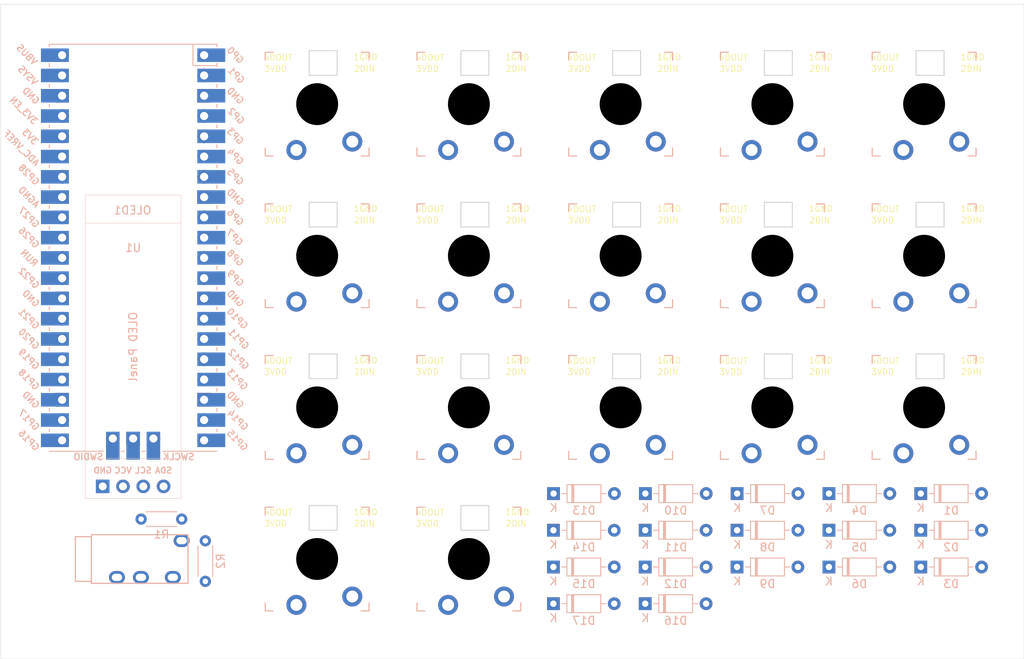
<source format=kicad_pcb>
(kicad_pcb (version 20240108) (generator "pcbnew") (generator_version "8.0")
  (layers (0 "F.Cu" signal) (31 "B.Cu" signal) (34 "B.Paste" user) (35 "F.Paste" user) (36 "B.SilkS" user "B.Silkscreen") (37 "F.SilkS" user "F.Silkscreen") (38 "B.Mask" user) (39 "F.Mask" user) (44 "Edge.Cuts" user))
  (net 0 "")
  (footprint "custom:SW_Gateron_LowProfile_THT" (layer "B.Cu") (at 185 87.9 180)
    (property "Reference" "SW5" (hide yes))
    (property "Value" "SW_Push_45deg" (hide yes))
    (fp_rect (start 1 3.6) (end -2.5 6.7) (stroke (width 0.12)) (fill none) (layer "Edge.Cuts"))
    (fp_text user "4DOUT" (at 6.75 5.4 0) (layer "F.SilkS") (effects (font (size 0.75 0.75) (thickness 0.1)) (justify left bottom)))
    (fp_text user "3VDD" (at 6.7 4 0) (layer "F.SilkS") (effects (font (size 0.75 0.75) (thickness 0.1)) (justify left bottom)))
    (fp_text user "2DIN" (at -4.55 4 0) (layer "F.SilkS") (effects (font (size 0.75 0.75) (thickness 0.1)) (justify left bottom)))
    (fp_text user "1GND" (at -4.5 5.45 0) (layer "F.SilkS") (effects (font (size 0.75 0.75) (thickness 0.1)) (justify left bottom)))
    (pad "" np_thru_hole circle (at 0 0) (size 5.25 5.25) (drill 5.25) (layers "*.Mask"))
    (pad "1" thru_hole circle (at -4.4 -4.7) (size 2.5 2.5) (drill 1.5) (layers "*.Cu" "F.Mask"))
    (pad "2" thru_hole circle (at 2.6 -5.75) (size 2.5 2.5) (drill 1.5) (layers "*.Cu" "F.Mask"))
  )
  (footprint "custom:SW_Gateron_LowProfile_THT" (layer "B.Cu") (at 128 87.9 180)
    (property "Reference" "SW15" (hide yes))
    (property "Value" "SW_Push_45deg" (hide yes))
    (fp_rect (start 1 3.6) (end -2.5 6.7) (stroke (width 0.12)) (fill none) (layer "Edge.Cuts"))
    (fp_text user "2DIN" (at -4.55 4 0) (layer "F.SilkS") (effects (font (size 0.75 0.75) (thickness 0.1)) (justify left bottom)))
    (fp_text user "4DOUT" (at 6.75 5.4 0) (layer "F.SilkS") (effects (font (size 0.75 0.75) (thickness 0.1)) (justify left bottom)))
    (fp_text user "1GND" (at -4.5 5.45 0) (layer "F.SilkS") (effects (font (size 0.75 0.75) (thickness 0.1)) (justify left bottom)))
    (fp_text user "3VDD" (at 6.7 4 0) (layer "F.SilkS") (effects (font (size 0.75 0.75) (thickness 0.1)) (justify left bottom)))
    (pad "" np_thru_hole circle (at 0 0) (size 5.25 5.25) (drill 5.25) (layers "*.Mask"))
    (pad "1" thru_hole circle (at -4.4 -4.7) (size 2.5 2.5) (drill 1.5) (layers "*.Cu" "F.Mask"))
    (pad "2" thru_hole circle (at 2.6 -5.75) (size 2.5 2.5) (drill 1.5) (layers "*.Cu" "F.Mask"))
  )
  (footprint "Diode_THT:D_DO-35_SOD27_P7.62mm_Horizontal" (layer "B.Cu") (at 169.08 126.9)
    (property "Reference" "D12" (at 3.81 2.12 0) (layer "B.SilkS") (effects (justify mirror)))
    (property "Value" "1N4148" (hide yes))
    (fp_text user "K" (at 0 1.8 0) (layer "B.SilkS") (effects (justify mirror)))
    (pad "1" thru_hole rect (at 0 0) (size 1.6 1.6) (drill 0.8) (layers "*.Cu" "*.Mask"))
    (pad "2" thru_hole oval (at 7.62 0) (size 1.6 1.6) (drill 0.8) (layers "*.Cu" "*.Mask"))
  )
  (footprint "Diode_THT:D_DO-35_SOD27_P7.62mm_Horizontal" (layer "B.Cu") (at 169.095 117.7)
    (property "Reference" "D10" (at 3.81 2.12 0) (layer "B.SilkS") (effects (justify mirror)))
    (property "Value" "1N4148" (hide yes))
    (fp_text user "K" (at 0 1.8 0) (layer "B.SilkS") (effects (justify mirror)))
    (pad "1" thru_hole rect (at 0 0) (size 1.6 1.6) (drill 0.8) (layers "*.Cu" "*.Mask"))
    (pad "2" thru_hole oval (at 7.62 0) (size 1.6 1.6) (drill 0.8) (layers "*.Cu" "*.Mask"))
  )
  (footprint "custom:SW_Gateron_LowProfile_THT" (layer "B.Cu") (at 128 68.9 180)
    (property "Reference" "SW14" (hide yes))
    (property "Value" "SW_Push_45deg" (hide yes))
    (fp_rect (start 1 3.6) (end -2.5 6.7) (stroke (width 0.12)) (fill none) (layer "Edge.Cuts"))
    (fp_text user "1GND" (at -4.5 5.45 0) (layer "F.SilkS") (effects (font (size 0.75 0.75) (thickness 0.1)) (justify left bottom)))
    (fp_text user "4DOUT" (at 6.75 5.4 0) (layer "F.SilkS") (effects (font (size 0.75 0.75) (thickness 0.1)) (justify left bottom)))
    (fp_text user "3VDD" (at 6.7 4 0) (layer "F.SilkS") (effects (font (size 0.75 0.75) (thickness 0.1)) (justify left bottom)))
    (fp_text user "2DIN" (at -4.55 4 0) (layer "F.SilkS") (effects (font (size 0.75 0.75) (thickness 0.1)) (justify left bottom)))
    (pad "" np_thru_hole circle (at 0 0) (size 5.25 5.25) (drill 5.25) (layers "*.Mask"))
    (pad "1" thru_hole circle (at -4.4 -4.7) (size 2.5 2.5) (drill 1.5) (layers "*.Cu" "F.Mask"))
    (pad "2" thru_hole circle (at 2.6 -5.75) (size 2.5 2.5) (drill 1.5) (layers "*.Cu" "F.Mask"))
  )
  (footprint "custom:SW_Gateron_LowProfile_THT" (layer "B.Cu") (at 185 106.9 180)
    (property "Reference" "SW6" (hide yes))
    (property "Value" "SW_Push_45deg" (hide yes))
    (fp_rect (start 1 3.6) (end -2.5 6.7) (stroke (width 0.12)) (fill none) (layer "Edge.Cuts"))
    (fp_text user "3VDD" (at 6.7 4 0) (layer "F.SilkS") (effects (font (size 0.75 0.75) (thickness 0.1)) (justify left bottom)))
    (fp_text user "2DIN" (at -4.55 4 0) (layer "F.SilkS") (effects (font (size 0.75 0.75) (thickness 0.1)) (justify left bottom)))
    (fp_text user "4DOUT" (at 6.75 5.4 0) (layer "F.SilkS") (effects (font (size 0.75 0.75) (thickness 0.1)) (justify left bottom)))
    (fp_text user "1GND" (at -4.5 5.45 0) (layer "F.SilkS") (effects (font (size 0.75 0.75) (thickness 0.1)) (justify left bottom)))
    (pad "" np_thru_hole circle (at 0 0) (size 5.25 5.25) (drill 5.25) (layers "*.Mask"))
    (pad "1" thru_hole circle (at -4.4 -4.7) (size 2.5 2.5) (drill 1.5) (layers "*.Cu" "F.Mask"))
    (pad "2" thru_hole circle (at 2.6 -5.75) (size 2.5 2.5) (drill 1.5) (layers "*.Cu" "F.Mask"))
  )
  (footprint "Diode_THT:D_DO-35_SOD27_P7.62mm_Horizontal" (layer "B.Cu") (at 203.58 122.3)
    (property "Reference" "D2" (at 3.81 2.12 0) (layer "B.SilkS") (effects (justify mirror)))
    (property "Value" "1N4148" (hide yes))
    (fp_text user "K" (at 0 1.8 0) (layer "B.SilkS") (effects (justify mirror)))
    (pad "1" thru_hole rect (at 0 0) (size 1.6 1.6) (drill 0.8) (layers "*.Cu" "*.Mask"))
    (pad "2" thru_hole oval (at 7.62 0) (size 1.6 1.6) (drill 0.8) (layers "*.Cu" "*.Mask"))
  )
  (footprint "Diode_THT:D_DO-35_SOD27_P7.62mm_Horizontal" (layer "B.Cu") (at 192.08 126.9)
    (property "Reference" "D6" (at 3.81 2.12 0) (layer "B.SilkS") (effects (justify mirror)))
    (property "Value" "1N4148" (hide yes))
    (fp_text user "K" (at 0 1.8 0) (layer "B.SilkS") (effects (justify mirror)))
    (pad "1" thru_hole rect (at 0 0) (size 1.6 1.6) (drill 0.8) (layers "*.Cu" "*.Mask"))
    (pad "2" thru_hole oval (at 7.62 0) (size 1.6 1.6) (drill 0.8) (layers "*.Cu" "*.Mask"))
  )
  (footprint "custom:SW_Gateron_LowProfile_THT" (layer "B.Cu") (at 204 68.9 180)
    (property "Reference" "SW1" (hide yes))
    (property "Value" "SW_Push_45deg" (hide yes))
    (fp_rect (start 1 3.6) (end -2.5 6.7) (stroke (width 0.12)) (fill none) (layer "Edge.Cuts"))
    (fp_text user "3VDD" (at 6.7 4 0) (layer "F.SilkS") (effects (font (size 0.75 0.75) (thickness 0.1)) (justify left bottom)))
    (fp_text user "1GND" (at -4.5 5.45 0) (layer "F.SilkS") (effects (font (size 0.75 0.75) (thickness 0.1)) (justify left bottom)))
    (fp_text user "2DIN" (at -4.55 4 0) (layer "F.SilkS") (effects (font (size 0.75 0.75) (thickness 0.1)) (justify left bottom)))
    (fp_text user "4DOUT" (at 6.75 5.4 0) (layer "F.SilkS") (effects (font (size 0.75 0.75) (thickness 0.1)) (justify left bottom)))
    (pad "" np_thru_hole circle (at 0 0) (size 5.25 5.25) (drill 5.25) (layers "*.Mask"))
    (pad "1" thru_hole circle (at -4.4 -4.7) (size 2.5 2.5) (drill 1.5) (layers "*.Cu" "F.Mask"))
    (pad "2" thru_hole circle (at 2.6 -5.75) (size 2.5 2.5) (drill 1.5) (layers "*.Cu" "F.Mask"))
  )
  (footprint "Diode_THT:D_DO-35_SOD27_P7.62mm_Horizontal" (layer "B.Cu") (at 192.085 117.7)
    (property "Reference" "D4" (at 3.81 2.12 0) (layer "B.SilkS") (effects (justify mirror)))
    (property "Value" "1N4148" (hide yes))
    (fp_text user "K" (at 0 1.8 0) (layer "B.SilkS") (effects (justify mirror)))
    (pad "1" thru_hole rect (at 0 0) (size 1.6 1.6) (drill 0.8) (layers "*.Cu" "*.Mask"))
    (pad "2" thru_hole oval (at 7.62 0) (size 1.6 1.6) (drill 0.8) (layers "*.Cu" "*.Mask"))
  )
  (footprint "Diode_THT:D_DO-35_SOD27_P7.62mm_Horizontal" (layer "B.Cu") (at 157.58 131.5)
    (property "Reference" "D17" (at 3.81 2.12 0) (layer "B.SilkS") (effects (justify mirror)))
    (property "Value" "1N4148" (hide yes))
    (fp_text user "K" (at 0 1.8 0) (layer "B.SilkS") (effects (justify mirror)))
    (pad "1" thru_hole rect (at 0 0) (size 1.6 1.6) (drill 0.8) (layers "*.Cu" "*.Mask"))
    (pad "2" thru_hole oval (at 7.62 0) (size 1.6 1.6) (drill 0.8) (layers "*.Cu" "*.Mask"))
  )
  (footprint "custom:SW_Gateron_LowProfile_THT" (layer "B.Cu") (at 147 68.9 180)
    (property "Reference" "SW10" (hide yes))
    (property "Value" "SW_Push_45deg" (hide yes))
    (fp_rect (start 1 3.6) (end -2.5 6.7) (stroke (width 0.12)) (fill none) (layer "Edge.Cuts"))
    (fp_text user "4DOUT" (at 6.75 5.4 0) (layer "F.SilkS") (effects (font (size 0.75 0.75) (thickness 0.1)) (justify left bottom)))
    (fp_text user "3VDD" (at 6.7 4 0) (layer "F.SilkS") (effects (font (size 0.75 0.75) (thickness 0.1)) (justify left bottom)))
    (fp_text user "2DIN" (at -4.55 4 0) (layer "F.SilkS") (effects (font (size 0.75 0.75) (thickness 0.1)) (justify left bottom)))
    (fp_text user "1GND" (at -4.5 5.45 0) (layer "F.SilkS") (effects (font (size 0.75 0.75) (thickness 0.1)) (justify left bottom)))
    (pad "" np_thru_hole circle (at 0 0) (size 5.25 5.25) (drill 5.25) (layers "*.Mask"))
    (pad "1" thru_hole circle (at -4.4 -4.7) (size 2.5 2.5) (drill 1.5) (layers "*.Cu" "F.Mask"))
    (pad "2" thru_hole circle (at 2.6 -5.75) (size 2.5 2.5) (drill 1.5) (layers "*.Cu" "F.Mask"))
  )
  (footprint "custom:SW_Gateron_LowProfile_THT" (layer "B.Cu") (at 185 68.9 180)
    (property "Reference" "SW4" (hide yes))
    (property "Value" "SW_Push_45deg" (hide yes))
    (fp_rect (start 1 3.6) (end -2.5 6.7) (stroke (width 0.12)) (fill none) (layer "Edge.Cuts"))
    (fp_text user "1GND" (at -4.5 5.45 0) (layer "F.SilkS") (effects (font (size 0.75 0.75) (thickness 0.1)) (justify left bottom)))
    (fp_text user "3VDD" (at 6.7 4 0) (layer "F.SilkS") (effects (font (size 0.75 0.75) (thickness 0.1)) (justify left bottom)))
    (fp_text user "2DIN" (at -4.55 4 0) (layer "F.SilkS") (effects (font (size 0.75 0.75) (thickness 0.1)) (justify left bottom)))
    (fp_text user "4DOUT" (at 6.75 5.4 0) (layer "F.SilkS") (effects (font (size 0.75 0.75) (thickness 0.1)) (justify left bottom)))
    (pad "" np_thru_hole circle (at 0 0) (size 5.25 5.25) (drill 5.25) (layers "*.Mask"))
    (pad "1" thru_hole circle (at -4.4 -4.7) (size 2.5 2.5) (drill 1.5) (layers "*.Cu" "F.Mask"))
    (pad "2" thru_hole circle (at 2.6 -5.75) (size 2.5 2.5) (drill 1.5) (layers "*.Cu" "F.Mask"))
  )
  (footprint "custom:SW_Gateron_LowProfile_THT" (layer "B.Cu") (at 128 106.9 180)
    (property "Reference" "SW16" (hide yes))
    (property "Value" "SW_Push_45deg" (hide yes))
    (fp_rect (start 1 3.6) (end -2.5 6.7) (stroke (width 0.12)) (fill none) (layer "Edge.Cuts"))
    (fp_text user "3VDD" (at 6.7 4 0) (layer "F.SilkS") (effects (font (size 0.75 0.75) (thickness 0.1)) (justify left bottom)))
    (fp_text user "4DOUT" (at 6.75 5.4 0) (layer "F.SilkS") (effects (font (size 0.75 0.75) (thickness 0.1)) (justify left bottom)))
    (fp_text user "1GND" (at -4.5 5.45 0) (layer "F.SilkS") (effects (font (size 0.75 0.75) (thickness 0.1)) (justify left bottom)))
    (fp_text user "2DIN" (at -4.55 4 0) (layer "F.SilkS") (effects (font (size 0.75 0.75) (thickness 0.1)) (justify left bottom)))
    (pad "" np_thru_hole circle (at 0 0) (size 5.25 5.25) (drill 5.25) (layers "*.Mask"))
    (pad "1" thru_hole circle (at -4.4 -4.7) (size 2.5 2.5) (drill 1.5) (layers "*.Cu" "F.Mask"))
    (pad "2" thru_hole circle (at 2.6 -5.75) (size 2.5 2.5) (drill 1.5) (layers "*.Cu" "F.Mask"))
  )
  (footprint "custom:SW_Gateron_LowProfile_THT" (layer "B.Cu") (at 204 106.9 180)
    (property "Reference" "SW3" (hide yes))
    (property "Value" "SW_Push_45deg" (hide yes))
    (fp_rect (start 1 3.6) (end -2.5 6.7) (stroke (width 0.12)) (fill none) (layer "Edge.Cuts"))
    (fp_text user "2DIN" (at -4.55 4 0) (layer "F.SilkS") (effects (font (size 0.75 0.75) (thickness 0.1)) (justify left bottom)))
    (fp_text user "1GND" (at -4.5 5.45 0) (layer "F.SilkS") (effects (font (size 0.75 0.75) (thickness 0.1)) (justify left bottom)))
    (fp_text user "4DOUT" (at 6.75 5.4 0) (layer "F.SilkS") (effects (font (size 0.75 0.75) (thickness 0.1)) (justify left bottom)))
    (fp_text user "3VDD" (at 6.7 4 0) (layer "F.SilkS") (effects (font (size 0.75 0.75) (thickness 0.1)) (justify left bottom)))
    (pad "" np_thru_hole circle (at 0 0) (size 5.25 5.25) (drill 5.25) (layers "*.Mask"))
    (pad "1" thru_hole circle (at -4.4 -4.7) (size 2.5 2.5) (drill 1.5) (layers "*.Cu" "F.Mask"))
    (pad "2" thru_hole circle (at 2.6 -5.75) (size 2.5 2.5) (drill 1.5) (layers "*.Cu" "F.Mask"))
  )
  (footprint "Diode_THT:D_DO-35_SOD27_P7.62mm_Horizontal" (layer "B.Cu") (at 203.58 117.7)
    (property "Reference" "D1" (at 3.81 2.12 0) (layer "B.SilkS") (effects (justify mirror)))
    (property "Value" "1N4148" (hide yes))
    (fp_text user "K" (at 0 1.8 0) (layer "B.SilkS") (effects (justify mirror)))
    (pad "1" thru_hole rect (at 0 0) (size 1.6 1.6) (drill 0.8) (layers "*.Cu" "*.Mask"))
    (pad "2" thru_hole oval (at 7.62 0) (size 1.6 1.6) (drill 0.8) (layers "*.Cu" "*.Mask"))
  )
  (footprint "Diode_THT:D_DO-35_SOD27_P7.62mm_Horizontal" (layer "B.Cu") (at 192.08 122.3)
    (property "Reference" "D5" (at 3.81 2.12 0) (layer "B.SilkS") (effects (justify mirror)))
    (property "Value" "1N4148" (hide yes))
    (fp_text user "K" (at 0 1.8 0) (layer "B.SilkS") (effects (justify mirror)))
    (pad "1" thru_hole rect (at 0 0) (size 1.6 1.6) (drill 0.8) (layers "*.Cu" "*.Mask"))
    (pad "2" thru_hole oval (at 7.62 0) (size 1.6 1.6) (drill 0.8) (layers "*.Cu" "*.Mask"))
  )
  (footprint "custom:SSD1306-0.91-OLED-4pin-128x32" (layer "B.Cu") (at 98.96 80.3 -90)
    (property "Reference" "OLED1" (at 1.9 -5.91 0) (layer "B.SilkS") (effects (justify mirror)))
    (property "Value" "SSD1306-0.91-OLED-4pin-128x32")
    (fp_text user "GND" (at 34.5 -2.19 0) (layer "B.SilkS") (effects (font (size 0.75 0.75)) (justify mirror)))
    (fp_text user "OLED Panel" (at 19 -6 90) (layer "B.SilkS") (effects (justify mirror)))
    (fp_text user "VCC" (at 34.5 -4.73 0) (layer "B.SilkS") (effects (font (size 0.75 0.75)) (justify mirror)))
    (fp_text user "SCL" (at 34.5 -7.27 0) (layer "B.SilkS") (effects (font (size 0.75 0.75)) (justify mirror)))
    (fp_text user "SDA" (at 34.5 -9.81 0) (layer "B.SilkS") (effects (font (size 0.75 0.75)) (justify mirror)))
    (pad "1" thru_hole rect (at 36.5 -2.19 270) (size 1.7 1.7) (drill 1) (layers "*.Cu" "*.Mask"))
    (pad "2" thru_hole oval (at 36.5 -4.73 270) (size 1.7 1.7) (drill 1) (layers "*.Cu" "*.Mask"))
    (pad "3" thru_hole oval (at 36.5 -7.27 270) (size 1.7 1.7) (drill 1) (layers "*.Cu" "*.Mask"))
    (pad "4" thru_hole oval (at 36.5 -9.81 270) (size 1.7 1.7) (drill 1) (layers "*.Cu" "*.Mask"))
  )
  (footprint "custom:TRRS-PJ-320A" (layer "B.Cu") (at 99.7325 125.9 -90)
    (property "Reference" "J1")
    (property "Value" "AudioJack4")
    (pad "" np_thru_hole circle (at 0 -8.6 270) (size 0.8 0.8) (drill 0.8) (layers "F&B.Cu" "*.Mask"))
    (pad "" np_thru_hole circle (at 0 -1.6 270) (size 0.8 0.8) (drill 0.8) (layers "F&B.Cu" "*.Mask"))
    (pad "R1" thru_hole oval (at 2.3 -6.2 270) (size 1.6 2) (drill oval 0.9 1.3) (layers "*.Cu" "*.Mask"))
    (pad "R2" thru_hole oval (at 2.3 -3.2 270) (size 1.6 2) (drill oval 0.9 1.3) (layers "*.Cu" "*.Mask"))
    (pad "S" thru_hole oval (at -2.3 -11.3 270) (size 1.6 2) (drill oval 0.9 1.3) (layers "*.Cu" "*.Mask"))
    (pad "T" thru_hole oval (at 2.3 -10.2 270) (size 1.6 2) (drill oval 0.9 1.3) (layers "*.Cu" "*.Mask"))
  )
  (footprint "Diode_THT:D_DO-35_SOD27_P7.62mm_Horizontal" (layer "B.Cu") (at 169.08 131.5)
    (property "Reference" "D16" (at 3.81 2.12 0) (layer "B.SilkS") (effects (justify mirror)))
    (property "Value" "1N4148" (hide yes))
    (fp_text user "K" (at 0 1.8 0) (layer "B.SilkS") (effects (justify mirror)))
    (pad "1" thru_hole rect (at 0 0) (size 1.6 1.6) (drill 0.8) (layers "*.Cu" "*.Mask"))
    (pad "2" thru_hole oval (at 7.62 0) (size 1.6 1.6) (drill 0.8) (layers "*.Cu" "*.Mask"))
  )
  (footprint "Diode_THT:D_DO-35_SOD27_P7.62mm_Horizontal" (layer "B.Cu") (at 180.59 117.7)
    (property "Reference" "D7" (at 3.81 2.12 0) (layer "B.SilkS") (effects (justify mirror)))
    (property "Value" "1N4148" (hide yes))
    (fp_text user "K" (at 0 1.8 0) (layer "B.SilkS") (effects (justify mirror)))
    (pad "1" thru_hole rect (at 0 0) (size 1.6 1.6) (drill 0.8) (layers "*.Cu" "*.Mask"))
    (pad "2" thru_hole oval (at 7.62 0) (size 1.6 1.6) (drill 0.8) (layers "*.Cu" "*.Mask"))
  )
  (footprint "custom:SW_Gateron_LowProfile_THT" (layer "B.Cu") (at 128 125.9 180)
    (property "Reference" "SW17" (hide yes))
    (property "Value" "SW_Push_45deg" (hide yes))
    (fp_rect (start 1 3.6) (end -2.5 6.7) (stroke (width 0.12)) (fill none) (layer "Edge.Cuts"))
    (fp_text user "2DIN" (at -4.55 4 0) (layer "F.SilkS") (effects (font (size 0.75 0.75) (thickness 0.1)) (justify left bottom)))
    (fp_text user "1GND" (at -4.5 5.45 0) (layer "F.SilkS") (effects (font (size 0.75 0.75) (thickness 0.1)) (justify left bottom)))
    (fp_text user "4DOUT" (at 6.75 5.4 0) (layer "F.SilkS") (effects (font (size 0.75 0.75) (thickness 0.1)) (justify left bottom)))
    (fp_text user "3VDD" (at 6.7 4 0) (layer "F.SilkS") (effects (font (size 0.75 0.75) (thickness 0.1)) (justify left bottom)))
    (pad "" np_thru_hole circle (at 0 0) (size 5.25 5.25) (drill 5.25) (layers "*.Mask"))
    (pad "1" thru_hole circle (at -4.4 -4.7) (size 2.5 2.5) (drill 1.5) (layers "*.Cu" "F.Mask"))
    (pad "2" thru_hole circle (at 2.6 -5.75) (size 2.5 2.5) (drill 1.5) (layers "*.Cu" "F.Mask"))
  )
  (footprint "Diode_THT:D_DO-35_SOD27_P7.62mm_Horizontal" (layer "B.Cu") (at 180.58 126.9)
    (property "Reference" "D9" (at 3.81 2.12 0) (layer "B.SilkS") (effects (justify mirror)))
    (property "Value" "1N4148" (hide yes))
    (fp_text user "K" (at 0 1.8 0) (layer "B.SilkS") (effects (justify mirror)))
    (pad "1" thru_hole rect (at 0 0) (size 1.6 1.6) (drill 0.8) (layers "*.Cu" "*.Mask"))
    (pad "2" thru_hole oval (at 7.62 0) (size 1.6 1.6) (drill 0.8) (layers "*.Cu" "*.Mask"))
  )
  (footprint "Diode_THT:D_DO-35_SOD27_P7.62mm_Horizontal" (layer "B.Cu") (at 157.58 126.9)
    (property "Reference" "D15" (at 3.81 2.12 0) (layer "B.SilkS") (effects (justify mirror)))
    (property "Value" "1N4148" (hide yes))
    (fp_text user "K" (at 0 1.8 0) (layer "B.SilkS") (effects (justify mirror)))
    (pad "1" thru_hole rect (at 0 0) (size 1.6 1.6) (drill 0.8) (layers "*.Cu" "*.Mask"))
    (pad "2" thru_hole oval (at 7.62 0) (size 1.6 1.6) (drill 0.8) (layers "*.Cu" "*.Mask"))
  )
  (footprint "MCU_RaspberryPi_and_Boards:RPi_Pico_SMD_TH" (layer "B.Cu") (at 104.955 86.9 180)
    (property "Reference" "U1" (at 0 0 0) (layer "B.SilkS") (effects (justify mirror)))
    (property "Value" "Pico")
    (fp_text user "GP14" (at -13.1 -21.59 135) (layer "B.SilkS") (effects (font (size 0.8 0.8)) (justify mirror)))
    (fp_text user "GND" (at -12.8 -6.35 135) (layer "B.SilkS") (effects (font (size 0.8 0.8)) (justify mirror)))
    (fp_text user "GP4" (at -12.8 11.43 135) (layer "B.SilkS") (effects (font (size 0.8 0.8)) (justify mirror)))
    (fp_text user "GP9" (at -12.8 -3.81 135) (layer "B.SilkS") (effects (font (size 0.8 0.8)) (justify mirror)))
    (fp_text user "GND" (at -12.8 19.05 135) (layer "B.SilkS") (effects (font (size 0.8 0.8)) (justify mirror)))
    (fp_text user "GP12" (at -13.2 -13.97 135) (layer "B.SilkS") (effects (font (size 0.8 0.8)) (justify mirror)))
    (fp_text user "GP6" (at -12.8 3.81 135) (layer "B.SilkS") (effects (font (size 0.8 0.8)) (justify mirror)))
    (fp_text user "GP8" (at -12.8 -1.27 135) (layer "B.SilkS") (effects (font (size 0.8 0.8)) (justify mirror)))
    (fp_text user "GND" (at 12.8 -19.05 135) (layer "B.SilkS") (effects (font (size 0.8 0.8)) (justify mirror)))
    (fp_text user "RUN" (at 13 -1.27 135) (layer "B.SilkS") (effects (font (size 0.8 0.8)) (justify mirror)))
    (fp_text user "GND" (at 12.8 19.05 135) (layer "B.SilkS") (effects (font (size 0.8 0.8)) (justify mirror)))
    (fp_text user "3V3_EN" (at 13.7 17.2 135) (layer "B.SilkS") (effects (font (size 0.8 0.8)) (justify mirror)))
    (fp_text user "SWDIO" (at 5.6 -26.2 0) (layer "B.SilkS") (effects (font (size 0.8 0.8)) (justify mirror)))
    (fp_text user "GP1" (at -12.9 21.6 135) (layer "B.SilkS") (effects (font (size 0.8 0.8)) (justify mirror)))
    (fp_text user "ADC_VREF" (at 14 12.5 135) (layer "B.SilkS") (effects (font (size 0.8 0.8)) (justify mirror)))
    (fp_text user "GP11" (at -13.2 -11.43 135) (layer "B.SilkS") (effects (font (size 0.8 0.8)) (justify mirror)))
    (fp_text user "GP16" (at 13.054 -24.13 135) (layer "B.SilkS") (effects (font (size 0.8 0.8)) (justify mirror)))
    (fp_text user "AGND" (at 13.054 6.35 135) (layer "B.SilkS") (effects (font (size 0.8 0.8)) (justify mirror)))
    (fp_text user "GND" (at -12.8 6.35 135) (layer "B.SilkS") (effects (font (size 0.8 0.8)) (justify mirror)))
    (fp_text user "GP10" (at -13.054 -8.89 135) (layer "B.SilkS") (effects (font (size 0.8 0.8)) (justify mirror)))
    (fp_text user "GND" (at -12.8 -19.05 135) (layer "B.SilkS") (effects (font (size 0.8 0.8)) (justify mirror)))
    (fp_text user "GP13" (at -13.054 -16.51 135) (layer "B.SilkS") (effects (font (size 0.8 0.8)) (justify mirror)))
    (fp_text user "GP19" (at 13.054 -13.97 135) (layer "B.SilkS") (effects (font (size 0.8 0.8)) (justify mirror)))
    (fp_text user "GP21" (at 13.054 -8.9 135) (layer "B.SilkS") (effects (font (size 0.8 0.8)) (justify mirror)))
    (fp_text user "GP7" (at -12.7 1.3 135) (layer "B.SilkS") (effects (font (size 0.8 0.8)) (justify mirror)))
    (fp_text user "VSYS" (at 13.2 21.59 135) (layer "B.SilkS") (effects (font (size 0.8 0.8)) (justify mirror)))
    (fp_text user "SWCLK" (at -5.7 -26.2 0) (layer "B.SilkS") (effects (font (size 0.8 0.8)) (justify mirror)))
    (fp_text user "3V3" (at 12.9 13.9 135) (layer "B.SilkS") (effects (font (size 0.8 0.8)) (justify mirror)))
    (fp_text user "GND" (at 12.8 -6.35 135) (layer "B.SilkS") (effects (font (size 0.8 0.8)) (justify mirror)))
    (fp_text user "GP27" (at 13.054 3.8 135) (layer "B.SilkS") (effects (font (size 0.8 0.8)) (justify mirror)))
    (fp_text user "GP3" (at -12.8 13.97 135) (layer "B.SilkS") (effects (font (size 0.8 0.8)) (justify mirror)))
    (fp_text user "GP20" (at 13.054 -11.43 135) (layer "B.SilkS") (effects (font (size 0.8 0.8)) (justify mirror)))
    (fp_text user "GP26" (at 13.054 1.27 135) (layer "B.SilkS") (effects (font (size 0.8 0.8)) (justify mirror)))
    (fp_text user "GP18" (at 13.054 -16.51 135) (layer "B.SilkS") (effects (font (size 0.8 0.8)) (justify mirror)))
    (fp_text user "GP2" (at -12.9 16.51 135) (layer "B.SilkS") (effects (font (size 0.8 0.8)) (justify mirror)))
    (fp_text user "GP17" (at 13.054 -21.59 135) (layer "B.SilkS") (effects (font (size 0.8 0.8)) (justify mirror)))
    (fp_text user "GP28" (at 13.054 9.144 135) (layer "B.SilkS") (effects (font (size 0.8 0.8)) (justify mirror)))
    (fp_text user "GP5" (at -12.8 8.89 135) (layer "B.SilkS") (effects (font (size 0.8 0.8)) (justify mirror)))
    (fp_text user "GP0" (at -12.8 24.13 135) (layer "B.SilkS") (effects (font (size 0.8 0.8)) (justify mirror)))
    (fp_text user "VBUS" (at 13.3 24.2 135) (layer "B.SilkS") (effects (font (size 0.8 0.8)) (justify mirror)))
    (fp_text user "GP22" (at 13.054 -3.81 135) (layer "B.SilkS") (effects (font (size 0.8 0.8)) (justify mirror)))
    (fp_text user "GP15" (at -13.054 -24.13 135) (layer "B.SilkS") (effects (font (size 0.8 0.8)) (justify mirror)))
    (pad "" np_thru_hole oval (at -2.725 24 180) (size 1.8 1.8) (drill 1.8) (layers "F&B.Cu" "*.Mask"))
    (pad "" np_thru_hole oval (at -2.425 20.97 180) (size 1.5 1.5) (drill 1.5) (layers "F&B.Cu" "*.Mask"))
    (pad "" np_thru_hole oval (at 2.425 20.97 180) (size 1.5 1.5) (drill 1.5) (layers "F&B.Cu" "*.Mask"))
    (pad "" np_thru_hole oval (at 2.725 24 180) (size 1.8 1.8) (drill 1.8) (layers "F&B.Cu" "*.Mask"))
    (pad "1" thru_hole oval (at -8.89 24.13 180) (size 1.7 1.7) (drill 1.02) (layers "*.Cu" "*.Mask"))
    (pad "1" smd rect (at -8.89 24.13 180) (size 3.5 1.7) (drill (offset -0.9 0)) (layers "B.Cu" "B.Mask"))
    (pad "2" thru_hole oval (at -8.89 21.59 180) (size 1.7 1.7) (drill 1.02) (layers "*.Cu" "*.Mask"))
    (pad "2" smd rect (at -8.89 21.59 180) (size 3.5 1.7) (drill (offset -0.9 0)) (layers "B.Cu" "B.Mask"))
    (pad "3" thru_hole rect (at -8.89 19.05 180) (size 1.7 1.7) (drill 1.02) (layers "*.Cu" "*.Mask"))
    (pad "3" smd rect (at -8.89 19.05 180) (size 3.5 1.7) (drill (offset -0.9 0)) (layers "B.Cu" "B.Mask"))
    (pad "4" thru_hole oval (at -8.89 16.51 180) (size 1.7 1.7) (drill 1.02) (layers "*.Cu" "*.Mask"))
    (pad "4" smd rect (at -8.89 16.51 180) (size 3.5 1.7) (drill (offset -0.9 0)) (layers "B.Cu" "B.Mask"))
    (pad "5" thru_hole oval (at -8.89 13.97 180) (size 1.7 1.7) (drill 1.02) (layers "*.Cu" "*.Mask"))
    (pad "5" smd rect (at -8.89 13.97 180) (size 3.5 1.7) (drill (offset -0.9 0)) (layers "B.Cu" "B.Mask"))
    (pad "6" thru_hole oval (at -8.89 11.43 180) (size 1.7 1.7) (drill 1.02) (layers "*.Cu" "*.Mask"))
    (pad "6" smd rect (at -8.89 11.43 180) (size 3.5 1.7) (drill (offset -0.9 0)) (layers "B.Cu" "B.Mask"))
    (pad "7" thru_hole oval (at -8.89 8.89 180) (size 1.7 1.7) (drill 1.02) (layers "*.Cu" "*.Mask"))
    (pad "7" smd rect (at -8.89 8.89 180) (size 3.5 1.7) (drill (offset -0.9 0)) (layers "B.Cu" "B.Mask"))
    (pad "8" thru_hole rect (at -8.89 6.35 180) (size 1.7 1.7) (drill 1.02) (layers "*.Cu" "*.Mask"))
    (pad "8" smd rect (at -8.89 6.35 180) (size 3.5 1.7) (drill (offset -0.9 0)) (layers "B.Cu" "B.Mask"))
    (pad "9" thru_hole oval (at -8.89 3.81 180) (size 1.7 1.7) (drill 1.02) (layers "*.Cu" "*.Mask"))
    (pad "9" smd rect (at -8.89 3.81 180) (size 3.5 1.7) (drill (offset -0.9 0)) (layers "B.Cu" "B.Mask"))
    (pad "10" thru_hole oval (at -8.89 1.27 180) (size 1.7 1.7) (drill 1.02) (layers "*.Cu" "*.Mask"))
    (pad "10" smd rect (at -8.89 1.27 180) (size 3.5 1.7) (drill (offset -0.9 0)) (layers "B.Cu" "B.Mask"))
    (pad "11" thru_hole oval (at -8.89 -1.27 180) (size 1.7 1.7) (drill 1.02) (layers "*.Cu" "*.Mask"))
    (pad "11" smd rect (at -8.89 -1.27 180) (size 3.5 1.7) (drill (offset -0.9 0)) (layers "B.Cu" "B.Mask"))
    (pad "12" thru_hole oval (at -8.89 -3.81 180) (size 1.7 1.7) (drill 1.02) (layers "*.Cu" "*.Mask"))
    (pad "12" smd rect (at -8.89 -3.81 180) (size 3.5 1.7) (drill (offset -0.9 0)) (layers "B.Cu" "B.Mask"))
    (pad "13" thru_hole rect (at -8.89 -6.35 180) (size 1.7 1.7) (drill 1.02) (layers "*.Cu" "*.Mask"))
    (pad "13" smd rect (at -8.89 -6.35 180) (size 3.5 1.7) (drill (offset -0.9 0)) (layers "B.Cu" "B.Mask"))
    (pad "14" thru_hole oval (at -8.89 -8.89 180) (size 1.7 1.7) (drill 1.02) (layers "*.Cu" "*.Mask"))
    (pad "14" smd rect (at -8.89 -8.89 180) (size 3.5 1.7) (drill (offset -0.9 0)) (layers "B.Cu" "B.Mask"))
    (pad "15" thru_hole oval (at -8.89 -11.43 180) (size 1.7 1.7) (drill 1.02) (layers "*.Cu" "*.Mask"))
    (pad "15" smd rect (at -8.89 -11.43 180) (size 3.5 1.7) (drill (offset -0.9 0)) (layers "B.Cu" "B.Mask"))
    (pad "16" thru_hole oval (at -8.89 -13.97 180) (size 1.7 1.7) (drill 1.02) (layers "*.Cu" "*.Mask"))
    (pad "16" smd rect (at -8.89 -13.97 180) (size 3.5 1.7) (drill (offset -0.9 0)) (layers "B.Cu" "B.Mask"))
    (pad "17" thru_hole oval (at -8.89 -16.51 180) (size 1.7 1.7) (drill 1.02) (layers "*.Cu" "*.Mask"))
    (pad "17" smd rect (at -8.89 -16.51 180) (size 3.5 1.7) (drill (offset -0.9 0)) (layers "B.Cu" "B.Mask"))
    (pad "18" thru_hole rect (at -8.89 -19.05 180) (size 1.7 1.7) (drill 1.02) (layers "*.Cu" "*.Mask"))
    (pad "18" smd rect (at -8.89 -19.05 180) (size 3.5 1.7) (drill (offset -0.9 0)) (layers "B.Cu" "B.Mask"))
    (pad "19" thru_hole oval (at -8.89 -21.59 180) (size 1.7 1.7) (drill 1.02) (layers "*.Cu" "*.Mask"))
    (pad "19" smd rect (at -8.89 -21.59 180) (size 3.5 1.7) (drill (offset -0.9 0)) (layers "B.Cu" "B.Mask"))
    (pad "20" thru_hole oval (at -8.89 -24.13 180) (size 1.7 1.7) (drill 1.02) (layers "*.Cu" "*.Mask"))
    (pad "20" smd rect (at -8.89 -24.13 180) (size 3.5 1.7) (drill (offset -0.9 0)) (layers "B.Cu" "B.Mask"))
    (pad "21" thru_hole oval (at 8.89 -24.13 180) (size 1.7 1.7) (drill 1.02) (layers "*.Cu" "*.Mask"))
    (pad "21" smd rect (at 8.89 -24.13 180) (size 3.5 1.7) (drill (offset 0.9 0)) (layers "B.Cu" "B.Mask"))
    (pad "22" thru_hole oval (at 8.89 -21.59 180) (size 1.7 1.7) (drill 1.02) (layers "*.Cu" "*.Mask"))
    (pad "22" smd rect (at 8.89 -21.59 180) (size 3.5 1.7) (drill (offset 0.9 0)) (layers "B.Cu" "B.Mask"))
    (pad "23" thru_hole rect (at 8.89 -19.05 180) (size 1.7 1.7) (drill 1.02) (layers "*.Cu" "*.Mask"))
    (pad "23" smd rect (at 8.89 -19.05 180) (size 3.5 1.7) (drill (offset 0.9 0)) (layers "B.Cu" "B.Mask"))
    (pad "24" thru_hole oval (at 8.89 -16.51 180) (size 1.7 1.7) (drill 1.02) (layers "*.Cu" "*.Mask"))
    (pad "24" smd rect (at 8.89 -16.51 180) (size 3.5 1.7) (drill (offset 0.9 0)) (layers "B.Cu" "B.Mask"))
    (pad "25" thru_hole oval (at 8.89 -13.97 180) (size 1.7 1.7) (drill 1.02) (layers "*.Cu" "*.Mask"))
    (pad "25" smd rect (at 8.89 -13.97 180) (size 3.5 1.7) (drill (offset 0.9 0)) (layers "B.Cu" "B.Mask"))
    (pad "26" thru_hole oval (at 8.89 -11.43 180) (size 1.7 1.7) (drill 1.02) (layers "*.Cu" "*.Mask"))
    (pad "26" smd rect (at 8.89 -11.43 180) (size 3.5 1.7) (drill (offset 0.9 0)) (layers "B.Cu" "B.Mask"))
    (pad "27" thru_hole oval (at 8.89 -8.89 180) (size 1.7 1.7) (drill 1.02) (layers "*.Cu" "*.Mask"))
    (pad "27" smd rect (at 8.89 -8.89 180) (size 3.5 1.7) (drill (offset 0.9 0)) (layers "B.Cu" "B.Mask"))
    (pad "28" thru_hole rect (at 8.89 -6.35 180) (size 1.7 1.7) (drill 1.02) (layers "*.Cu" "*.Mask"))
    (pad "28" smd rect (at 8.89 -6.35 180) (size 3.5 1.7) (drill (offset 0.9 0)) (layers "B.Cu" "B.Mask"))
    (pad "29" thru_hole oval (at 8.89 -3.81 180) (size 1.7 1.7) (drill 1.02) (layers "*.Cu" "*.Mask"))
    (pad "29" smd rect (at 8.89 -3.81 180) (size 3.5 1.7) (drill (offset 0.9 0)) (layers "B.Cu" "B.Mask"))
    (pad "30" thru_hole oval (at 8.89 -1.27 180) (size 1.7 1.7) (drill 1.02) (layers "*.Cu" "*.Mask"))
    (pad "30" smd rect (at 8.89 -1.27 180) (size 3.5 1.7) (drill (offset 0.9 0)) (layers "B.Cu" "B.Mask"))
    (pad "31" thru_hole oval (at 8.89 1.27 180) (size 1.7 1.7) (drill 1.02) (layers "*.Cu" "*.Mask"))
    (pad "31" smd rect (at 8.89 1.27 180) (size 3.5 1.7) (drill (offset 0.9 0)) (layers "B.Cu" "B.Mask"))
    (pad "32" thru_hole oval (at 8.89 3.81 180) (size 1.7 1.7) (drill 1.02) (layers "*.Cu" "*.Mask"))
    (pad "32" smd rect (at 8.89 3.81 180) (size 3.5 1.7) (drill (offset 0.9 0)) (layers "B.Cu" "B.Mask"))
    (pad "33" thru_hole rect (at 8.89 6.35 180) (size 1.7 1.7) (drill 1.02) (layers "*.Cu" "*.Mask"))
    (pad "33" smd rect (at 8.89 6.35 180) (size 3.5 1.7) (drill (offset 0.9 0)) (layers "B.Cu" "B.Mask"))
    (pad "34" thru_hole oval (at 8.89 8.89 180) (size 1.7 1.7) (drill 1.02) (layers "*.Cu" "*.Mask"))
    (pad "34" smd rect (at 8.89 8.89 180) (size 3.5 1.7) (drill (offset 0.9 0)) (layers "B.Cu" "B.Mask"))
    (pad "35" thru_hole oval (at 8.89 11.43 180) (size 1.7 1.7) (drill 1.02) (layers "*.Cu" "*.Mask"))
    (pad "35" smd rect (at 8.89 11.43 180) (size 3.5 1.7) (drill (offset 0.9 0)) (layers "B.Cu" "B.Mask"))
    (pad "36" thru_hole oval (at 8.89 13.97 180) (size 1.7 1.7) (drill 1.02) (layers "*.Cu" "*.Mask"))
    (pad "36" smd rect (at 8.89 13.97 180) (size 3.5 1.7) (drill (offset 0.9 0)) (layers "B.Cu" "B.Mask"))
    (pad "37" thru_hole oval (at 8.89 16.51 180) (size 1.7 1.7) (drill 1.02) (layers "*.Cu" "*.Mask"))
    (pad "37" smd rect (at 8.89 16.51 180) (size 3.5 1.7) (drill (offset 0.9 0)) (layers "B.Cu" "B.Mask"))
    (pad "38" thru_hole rect (at 8.89 19.05 180) (size 1.7 1.7) (drill 1.02) (layers "*.Cu" "*.Mask"))
    (pad "38" smd rect (at 8.89 19.05 180) (size 3.5 1.7) (drill (offset 0.9 0)) (layers "B.Cu" "B.Mask"))
    (pad "39" thru_hole oval (at 8.89 21.59 180) (size 1.7 1.7) (drill 1.02) (layers "*.Cu" "*.Mask"))
    (pad "39" smd rect (at 8.89 21.59 180) (size 3.5 1.7) (drill (offset 0.9 0)) (layers "B.Cu" "B.Mask"))
    (pad "40" thru_hole oval (at 8.89 24.13 180) (size 1.7 1.7) (drill 1.02) (layers "*.Cu" "*.Mask"))
    (pad "40" smd rect (at 8.89 24.13 180) (size 3.5 1.7) (drill (offset 0.9 0)) (layers "B.Cu" "B.Mask"))
    (pad "41" thru_hole oval (at -2.54 -23.9 180) (size 1.7 1.7) (drill 1.02) (layers "*.Cu" "*.Mask"))
    (pad "41" smd rect (at -2.54 -23.9 90) (size 3.5 1.7) (drill (offset -0.9 0)) (layers "B.Cu" "B.Mask"))
    (pad "42" thru_hole rect (at 0 -23.9 180) (size 1.7 1.7) (drill 1.02) (layers "*.Cu" "*.Mask"))
    (pad "42" smd rect (at 0 -23.9 90) (size 3.5 1.7) (drill (offset -0.9 0)) (layers "B.Cu" "B.Mask"))
    (pad "43" thru_hole oval (at 2.54 -23.9 180) (size 1.7 1.7) (drill 1.02) (layers "*.Cu" "*.Mask"))
    (pad "43" smd rect (at 2.54 -23.9 90) (size 3.5 1.7) (drill (offset -0.9 0)) (layers "B.Cu" "B.Mask"))
  )
  (footprint "custom:SW_Gateron_LowProfile_THT" (layer "B.Cu") (at 204 87.9 180)
    (property "Reference" "SW2" (hide yes))
    (property "Value" "SW_Push_45deg" (hide yes))
    (fp_rect (start 1 3.6) (end -2.5 6.7) (stroke (width 0.12)) (fill none) (layer "Edge.Cuts"))
    (fp_text user "4DOUT" (at 6.75 5.4 0) (layer "F.SilkS") (effects (font (size 0.75 0.75) (thickness 0.1)) (justify left bottom)))
    (fp_text user "2DIN" (at -4.55 4 0) (layer "F.SilkS") (effects (font (size 0.75 0.75) (thickness 0.1)) (justify left bottom)))
    (fp_text user "1GND" (at -4.5 5.45 0) (layer "F.SilkS") (effects (font (size 0.75 0.75) (thickness 0.1)) (justify left bottom)))
    (fp_text user "3VDD" (at 6.7 4 0) (layer "F.SilkS") (effects (font (size 0.75 0.75) (thickness 0.1)) (justify left bottom)))
    (pad "" np_thru_hole circle (at 0 0) (size 5.25 5.25) (drill 5.25) (layers "*.Mask"))
    (pad "1" thru_hole circle (at -4.4 -4.7) (size 2.5 2.5) (drill 1.5) (layers "*.Cu" "F.Mask"))
    (pad "2" thru_hole circle (at 2.6 -5.75) (size 2.5 2.5) (drill 1.5) (layers "*.Cu" "F.Mask"))
  )
  (footprint "Resistor_THT:R_Axial_DIN0204_L3.6mm_D1.6mm_P5.08mm_Horizontal" (layer "B.Cu") (at 105.96 120.9)
    (property "Reference" "R1" (at 2.54 1.92 0) (layer "B.SilkS") (effects (justify mirror)))
    (property "Value" "4.7")
    (pad "1" thru_hole circle (at 0 0) (size 1.4 1.4) (drill 0.7) (layers "*.Cu" "*.Mask"))
    (pad "2" thru_hole oval (at 5.08 0) (size 1.4 1.4) (drill 0.7) (layers "*.Cu" "*.Mask"))
  )
  (footprint "Diode_THT:D_DO-35_SOD27_P7.62mm_Horizontal" (layer "B.Cu") (at 203.58 126.9)
    (property "Reference" "D3" (at 3.81 2.12 0) (layer "B.SilkS") (effects (justify mirror)))
    (property "Value" "1N4148" (hide yes))
    (fp_text user "K" (at 0 1.8 0) (layer "B.SilkS") (effects (justify mirror)))
    (pad "1" thru_hole rect (at 0 0) (size 1.6 1.6) (drill 0.8) (layers "*.Cu" "*.Mask"))
    (pad "2" thru_hole oval (at 7.62 0) (size 1.6 1.6) (drill 0.8) (layers "*.Cu" "*.Mask"))
  )
  (footprint "custom:SW_Gateron_LowProfile_THT" (layer "B.Cu") (at 147 106.9 180)
    (property "Reference" "SW12" (hide yes))
    (property "Value" "SW_Push_45deg" (hide yes))
    (fp_rect (start 1 3.6) (end -2.5 6.7) (stroke (width 0.12)) (fill none) (layer "Edge.Cuts"))
    (fp_text user "3VDD" (at 6.7 4 0) (layer "F.SilkS") (effects (font (size 0.75 0.75) (thickness 0.1)) (justify left bottom)))
    (fp_text user "4DOUT" (at 6.75 5.4 0) (layer "F.SilkS") (effects (font (size 0.75 0.75) (thickness 0.1)) (justify left bottom)))
    (fp_text user "1GND" (at -4.5 5.45 0) (layer "F.SilkS") (effects (font (size 0.75 0.75) (thickness 0.1)) (justify left bottom)))
    (fp_text user "2DIN" (at -4.55 4 0) (layer "F.SilkS") (effects (font (size 0.75 0.75) (thickness 0.1)) (justify left bottom)))
    (pad "" np_thru_hole circle (at 0 0) (size 5.25 5.25) (drill 5.25) (layers "*.Mask"))
    (pad "1" thru_hole circle (at -4.4 -4.7) (size 2.5 2.5) (drill 1.5) (layers "*.Cu" "F.Mask"))
    (pad "2" thru_hole circle (at 2.6 -5.75) (size 2.5 2.5) (drill 1.5) (layers "*.Cu" "F.Mask"))
  )
  (footprint "Diode_THT:D_DO-35_SOD27_P7.62mm_Horizontal" (layer "B.Cu") (at 180.58 122.3)
    (property "Reference" "D8" (at 3.81 2.12 0) (layer "B.SilkS") (effects (justify mirror)))
    (property "Value" "1N4148" (hide yes))
    (fp_text user "K" (at 0 1.8 0) (layer "B.SilkS") (effects (justify mirror)))
    (pad "1" thru_hole rect (at 0 0) (size 1.6 1.6) (drill 0.8) (layers "*.Cu" "*.Mask"))
    (pad "2" thru_hole oval (at 7.62 0) (size 1.6 1.6) (drill 0.8) (layers "*.Cu" "*.Mask"))
  )
  (footprint "Diode_THT:D_DO-35_SOD27_P7.62mm_Horizontal" (layer "B.Cu") (at 157.6 117.7)
    (property "Reference" "D13" (at 3.81 2.12 0) (layer "B.SilkS") (effects (justify mirror)))
    (property "Value" "1N4148" (hide yes))
    (fp_text user "K" (at 0 1.8 0) (layer "B.SilkS") (effects (justify mirror)))
    (pad "1" thru_hole rect (at 0 0) (size 1.6 1.6) (drill 0.8) (layers "*.Cu" "*.Mask"))
    (pad "2" thru_hole oval (at 7.62 0) (size 1.6 1.6) (drill 0.8) (layers "*.Cu" "*.Mask"))
  )
  (footprint "custom:SW_Gateron_LowProfile_THT" (layer "B.Cu") (at 166 68.9 180)
    (property "Reference" "SW7" (hide yes))
    (property "Value" "SW_Push_45deg" (hide yes))
    (fp_rect (start 1 3.6) (end -2.5 6.7) (stroke (width 0.12)) (fill none) (layer "Edge.Cuts"))
    (fp_text user "4DOUT" (at 6.75 5.4 0) (layer "F.SilkS") (effects (font (size 0.75 0.75) (thickness 0.1)) (justify left bottom)))
    (fp_text user "2DIN" (at -4.55 4 0) (layer "F.SilkS") (effects (font (size 0.75 0.75) (thickness 0.1)) (justify left bottom)))
    (fp_text user "3VDD" (at 6.7 4 0) (layer "F.SilkS") (effects (font (size 0.75 0.75) (thickness 0.1)) (justify left bottom)))
    (fp_text user "1GND" (at -4.5 5.45 0) (layer "F.SilkS") (effects (font (size 0.75 0.75) (thickness 0.1)) (justify left bottom)))
    (pad "" np_thru_hole circle (at 0 0) (size 5.25 5.25) (drill 5.25) (layers "*.Mask"))
    (pad "1" thru_hole circle (at -4.4 -4.7) (size 2.5 2.5) (drill 1.5) (layers "*.Cu" "F.Mask"))
    (pad "2" thru_hole circle (at 2.6 -5.75) (size 2.5 2.5) (drill 1.5) (layers "*.Cu" "F.Mask"))
  )
  (footprint "Diode_THT:D_DO-35_SOD27_P7.62mm_Horizontal" (layer "B.Cu") (at 157.58 122.3)
    (property "Reference" "D14" (at 3.81 2.12 0) (layer "B.SilkS") (effects (justify mirror)))
    (property "Value" "1N4148" (hide yes))
    (fp_text user "K" (at 0 1.8 0) (layer "B.SilkS") (effects (justify mirror)))
    (pad "1" thru_hole rect (at 0 0) (size 1.6 1.6) (drill 0.8) (layers "*.Cu" "*.Mask"))
    (pad "2" thru_hole oval (at 7.62 0) (size 1.6 1.6) (drill 0.8) (layers "*.Cu" "*.Mask"))
  )
  (footprint "Resistor_THT:R_Axial_DIN0204_L3.6mm_D1.6mm_P5.08mm_Horizontal" (layer "B.Cu") (at 114 128.7 90)
    (property "Reference" "R2" (at 2.54 1.92 90) (layer "B.SilkS") (effects (justify mirror)))
    (property "Value" "4.7")
    (pad "1" thru_hole circle (at 0 0 90) (size 1.4 1.4) (drill 0.7) (layers "*.Cu" "*.Mask"))
    (pad "2" thru_hole oval (at 5.08 0 90) (size 1.4 1.4) (drill 0.7) (layers "*.Cu" "*.Mask"))
  )
  (footprint "custom:SW_Gateron_LowProfile_THT" (layer "B.Cu") (at 166 106.9 180)
    (property "Reference" "SW9" (hide yes))
    (property "Value" "SW_Push_45deg" (hide yes))
    (fp_rect (start 1 3.6) (end -2.5 6.7) (stroke (width 0.12)) (fill none) (layer "Edge.Cuts"))
    (fp_text user "1GND" (at -4.5 5.45 0) (layer "F.SilkS") (effects (font (size 0.75 0.75) (thickness 0.1)) (justify left bottom)))
    (fp_text user "3VDD" (at 6.7 4 0) (layer "F.SilkS") (effects (font (size 0.75 0.75) (thickness 0.1)) (justify left bottom)))
    (fp_text user "4DOUT" (at 6.75 5.4 0) (layer "F.SilkS") (effects (font (size 0.75 0.75) (thickness 0.1)) (justify left bottom)))
    (fp_text user "2DIN" (at -4.55 4 0) (layer "F.SilkS") (effects (font (size 0.75 0.75) (thickness 0.1)) (justify left bottom)))
    (pad "" np_thru_hole circle (at 0 0) (size 5.25 5.25) (drill 5.25) (layers "*.Mask"))
    (pad "1" thru_hole circle (at -4.4 -4.7) (size 2.5 2.5) (drill 1.5) (layers "*.Cu" "F.Mask"))
    (pad "2" thru_hole circle (at 2.6 -5.75) (size 2.5 2.5) (drill 1.5) (layers "*.Cu" "F.Mask"))
  )
  (footprint "Diode_THT:D_DO-35_SOD27_P7.62mm_Horizontal" (layer "B.Cu") (at 169.08 122.3)
    (property "Reference" "D11" (at 3.81 2.12 0) (layer "B.SilkS") (effects (justify mirror)))
    (property "Value" "1N4148" (hide yes))
    (fp_text user "K" (at 0 1.8 0) (layer "B.SilkS") (effects (justify mirror)))
    (pad "1" thru_hole rect (at 0 0) (size 1.6 1.6) (drill 0.8) (layers "*.Cu" "*.Mask"))
    (pad "2" thru_hole oval (at 7.62 0) (size 1.6 1.6) (drill 0.8) (layers "*.Cu" "*.Mask"))
  )
  (footprint "custom:SW_Gateron_LowProfile_THT" (layer "B.Cu") (at 147 125.9 180)
    (property "Reference" "SW13" (hide yes))
    (property "Value" "SW_Push_45deg" (hide yes))
    (fp_rect (start 1 3.6) (end -2.5 6.7) (stroke (width 0.12)) (fill none) (layer "Edge.Cuts"))
    (fp_text user "1GND" (at -4.5 5.45 0) (layer "F.SilkS") (effects (font (size 0.75 0.75) (thickness 0.1)) (justify left bottom)))
    (fp_text user "2DIN" (at -4.55 4 0) (layer "F.SilkS") (effects (font (size 0.75 0.75) (thickness 0.1)) (justify left bottom)))
    (fp_text user "4DOUT" (at 6.75 5.4 0) (layer "F.SilkS") (effects (font (size 0.75 0.75) (thickness 0.1)) (justify left bottom)))
    (fp_text user "3VDD" (at 6.7 4 0) (layer "F.SilkS") (effects (font (size 0.75 0.75) (thickness 0.1)) (justify left bottom)))
    (pad "" np_thru_hole circle (at 0 0) (size 5.25 5.25) (drill 5.25) (layers "*.Mask"))
    (pad "1" thru_hole circle (at -4.4 -4.7) (size 2.5 2.5) (drill 1.5) (layers "*.Cu" "F.Mask"))
    (pad "2" thru_hole circle (at 2.6 -5.75) (size 2.5 2.5) (drill 1.5) (layers "*.Cu" "F.Mask"))
  )
  (footprint "custom:SW_Gateron_LowProfile_THT" (layer "B.Cu") (at 147 87.9 180)
    (property "Reference" "SW11" (hide yes))
    (property "Value" "SW_Push_45deg" (hide yes))
    (fp_rect (start 1 3.6) (end -2.5 6.7) (stroke (width 0.12)) (fill none) (layer "Edge.Cuts"))
    (fp_text user "3VDD" (at 6.7 4 0) (layer "F.SilkS") (effects (font (size 0.75 0.75) (thickness 0.1)) (justify left bottom)))
    (fp_text user "1GND" (at -4.5 5.45 0) (layer "F.SilkS") (effects (font (size 0.75 0.75) (thickness 0.1)) (justify left bottom)))
    (fp_text user "2DIN" (at -4.55 4 0) (layer "F.SilkS") (effects (font (size 0.75 0.75) (thickness 0.1)) (justify left bottom)))
    (fp_text user "4DOUT" (at 6.75 5.4 0) (layer "F.SilkS") (effects (font (size 0.75 0.75) (thickness 0.1)) (justify left bottom)))
    (pad "" np_thru_hole circle (at 0 0) (size 5.25 5.25) (drill 5.25) (layers "*.Mask"))
    (pad "1" thru_hole circle (at -4.4 -4.7) (size 2.5 2.5) (drill 1.5) (layers "*.Cu" "F.Mask"))
    (pad "2" thru_hole circle (at 2.6 -5.75) (size 2.5 2.5) (drill 1.5) (layers "*.Cu" "F.Mask"))
  )
  (footprint "custom:SW_Gateron_LowProfile_THT" (layer "B.Cu") (at 166 87.9 180)
    (property "Reference" "SW8" (hide yes))
    (property "Value" "SW_Push_45deg" (hide yes))
    (fp_rect (start 1 3.6) (end -2.5 6.7) (stroke (width 0.12)) (fill none) (layer "Edge.Cuts"))
    (fp_text user "3VDD" (at 6.7 4 0) (layer "F.SilkS") (effects (font (size 0.75 0.75) (thickness 0.1)) (justify left bottom)))
    (fp_text user "1GND" (at -4.5 5.45 0) (layer "F.SilkS") (effects (font (size 0.75 0.75) (thickness 0.1)) (justify left bottom)))
    (fp_text user "4DOUT" (at 6.75 5.4 0) (layer "F.SilkS") (effects (font (size 0.75 0.75) (thickness 0.1)) (justify left bottom)))
    (fp_text user "2DIN" (at -4.55 4 0) (layer "F.SilkS") (effects (font (size 0.75 0.75) (thickness 0.1)) (justify left bottom)))
    (pad "" np_thru_hole circle (at 0 0) (size 5.25 5.25) (drill 5.25) (layers "*.Mask"))
    (pad "1" thru_hole circle (at -4.4 -4.7) (size 2.5 2.5) (drill 1.5) (layers "*.Cu" "F.Mask"))
    (pad "2" thru_hole circle (at 2.6 -5.75) (size 2.5 2.5) (drill 1.5) (layers "*.Cu" "F.Mask"))
  )
  (gr_line (start 216.5 138.4) (end 88.4 138.4) (stroke (width 0.05)) (layer "Edge.Cuts"))
  (gr_line (start 88.4 138.4) (end 88.4 56.4) (stroke (width 0.05)) (layer "Edge.Cuts"))
  (gr_line (start 88.4 56.4) (end 216.5 56.4) (stroke (width 0.05)) (layer "Edge.Cuts"))
  (gr_line (start 216.5 56.4) (end 216.5 138.4) (stroke (width 0.05)) (layer "Edge.Cuts"))
)
</source>
